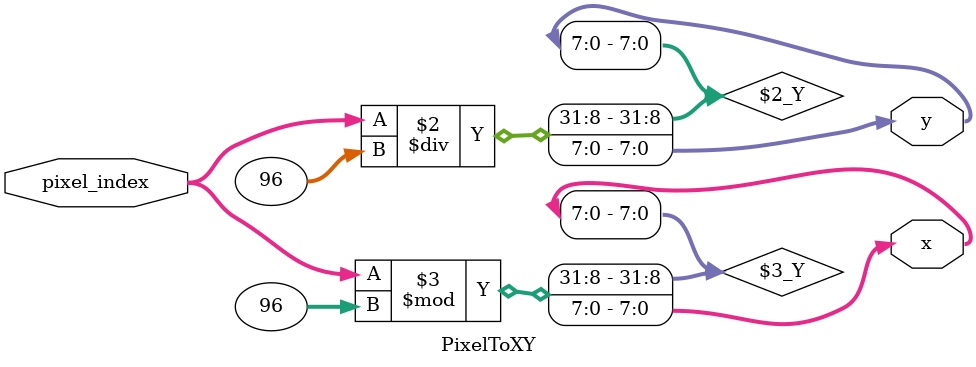
<source format=v>
`timescale 1ns / 1ps

module PixelToXY (
    input  wire [15:0] pixel_index, // 16-bit pixel index
    output reg  [7:0] x,            // X coordinate (0 to 95)
    output reg  [7:0] y             // Y coordinate (0 to 63)
);
    localparam SCREEN_WIDTH = 96;
    
    always @(*) begin
        y = pixel_index / SCREEN_WIDTH; 
        x = pixel_index % SCREEN_WIDTH; 
    end
endmodule

</source>
